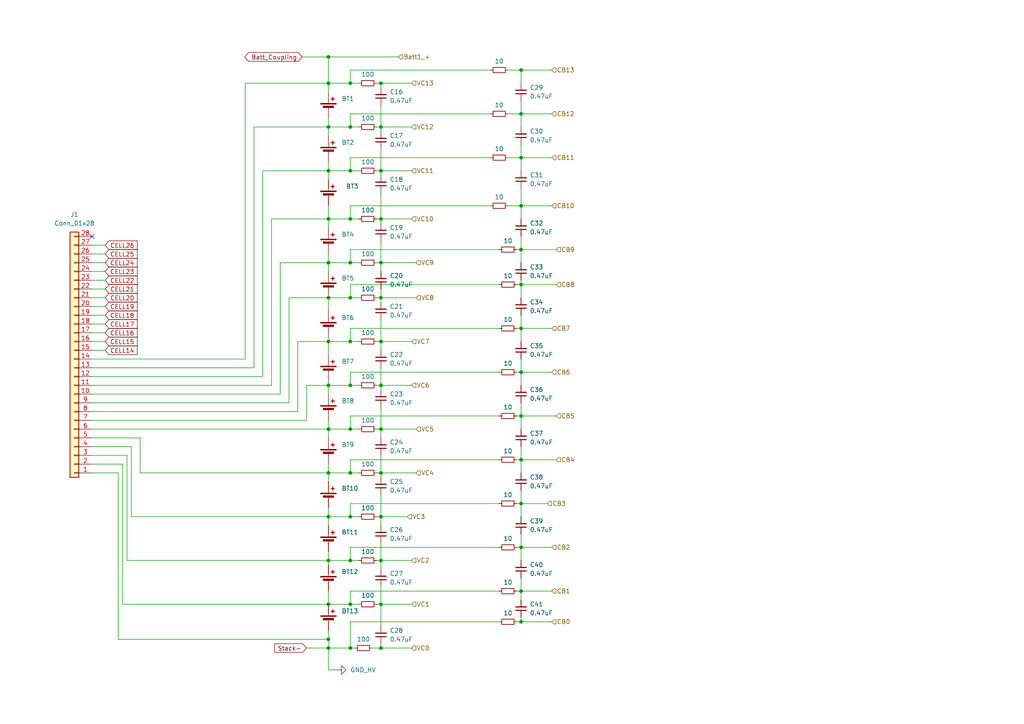
<source format=kicad_sch>
(kicad_sch (version 20250114) (generator "eeschema") (generator_version "9.0")
  (paper "A4")
  (junction (at 151.13 59.69))
  (junction (at 151.13 20.32))
  (junction (at 101.6 86.36))
  (junction (at 110.49 187.96))
  (junction (at 110.49 63.5))
  (junction (at 110.49 86.36))
  (junction (at 95.25 175.26))
  (junction (at 110.49 111.76))
  (junction (at 151.13 146.05))
  (junction (at 101.6 175.26))
  (junction (at 101.6 24.13))
  (junction (at 101.6 187.96))
  (junction (at 95.25 162.56))
  (junction (at 95.25 137.16))
  (junction (at 110.49 99.06))
  (junction (at 95.25 49.53))
  (junction (at 151.13 33.02))
  (junction (at 110.49 36.83))
  (junction (at 101.6 124.46))
  (junction (at 151.13 180.34))
  (junction (at 95.25 36.83))
  (junction (at 151.13 45.72))
  (junction (at 151.13 82.55))
  (junction (at 95.25 187.96))
  (junction (at 110.49 149.86))
  (junction (at 110.49 76.2))
  (junction (at 101.6 162.56))
  (junction (at 95.25 76.2))
  (junction (at 151.13 95.25))
  (junction (at 95.25 185.42))
  (junction (at 95.25 63.5))
  (junction (at 101.6 137.16))
  (junction (at 151.13 107.95))
  (junction (at 95.25 99.06))
  (junction (at 110.49 24.13))
  (junction (at 101.6 76.2))
  (junction (at 110.49 49.53))
  (junction (at 95.25 24.13))
  (junction (at 110.49 137.16))
  (junction (at 101.6 111.76))
  (junction (at 95.25 149.86))
  (junction (at 95.25 86.36))
  (junction (at 151.13 120.65))
  (junction (at 151.13 158.75))
  (junction (at 95.25 124.46))
  (junction (at 95.25 111.76))
  (junction (at 151.13 72.39))
  (junction (at 110.49 162.56))
  (junction (at 151.13 171.45))
  (junction (at 95.25 16.51))
  (junction (at 110.49 175.26))
  (junction (at 101.6 36.83))
  (junction (at 151.13 133.35))
  (junction (at 101.6 63.5))
  (junction (at 101.6 49.53))
  (junction (at 101.6 99.06))
  (junction (at 101.6 149.86))
  (junction (at 110.49 124.46))
  (no_connect (at 26.67 68.58))
  (wire (pts (xy 110.49 55.88) (xy 110.49 63.5)))
  (wire (pts (xy 26.67 93.98) (xy 30.48 93.98)))
  (wire (pts (xy 95.25 111.76) (xy 95.25 114.3)))
  (wire (pts (xy 151.13 154.94) (xy 151.13 158.75)))
  (wire (pts (xy 26.67 91.44) (xy 30.48 91.44)))
  (wire (pts (xy 110.49 162.56) (xy 110.49 165.1)))
  (wire (pts (xy 26.67 81.28) (xy 30.48 81.28)))
  (wire (pts (xy 87.63 16.51) (xy 95.25 16.51)))
  (wire (pts (xy 109.22 36.83) (xy 110.49 36.83)))
  (wire (pts (xy 101.6 72.39) (xy 101.6 76.2)))
  (wire (pts (xy 26.67 76.2) (xy 30.48 76.2)))
  (wire (pts (xy 101.6 187.96) (xy 102.87 187.96)))
  (wire (pts (xy 110.49 49.53) (xy 110.49 50.8)))
  (wire (pts (xy 110.49 162.56) (xy 119.38 162.56)))
  (wire (pts (xy 101.6 171.45) (xy 144.78 171.45)))
  (wire (pts (xy 151.13 107.95) (xy 151.13 111.76)))
  (wire (pts (xy 88.9 121.92) (xy 88.9 111.76)))
  (wire (pts (xy 101.6 45.72) (xy 101.6 49.53)))
  (wire (pts (xy 110.49 83.82) (xy 110.49 86.36)))
  (wire (pts (xy 101.6 76.2) (xy 95.25 76.2)))
  (wire (pts (xy 26.67 137.16) (xy 34.29 137.16)))
  (wire (pts (xy 110.49 99.06) (xy 119.38 99.06)))
  (wire (pts (xy 26.67 78.74) (xy 30.48 78.74)))
  (wire (pts (xy 40.64 137.16) (xy 40.64 127)))
  (wire (pts (xy 151.13 171.45) (xy 151.13 173.99)))
  (wire (pts (xy 40.64 127) (xy 26.67 127)))
  (wire (pts (xy 101.6 124.46) (xy 95.25 124.46)))
  (wire (pts (xy 110.49 43.18) (xy 110.49 49.53)))
  (wire (pts (xy 161.29 120.65) (xy 151.13 120.65)))
  (wire (pts (xy 26.67 104.14) (xy 71.12 104.14)))
  (wire (pts (xy 95.25 149.86) (xy 95.25 147.32)))
  (wire (pts (xy 144.78 82.55) (xy 101.6 82.55)))
  (wire (pts (xy 83.82 86.36) (xy 95.25 86.36)))
  (wire (pts (xy 110.49 187.96) (xy 119.38 187.96)))
  (wire (pts (xy 36.83 162.56) (xy 36.83 132.08)))
  (wire (pts (xy 151.13 158.75) (xy 151.13 162.56)))
  (wire (pts (xy 151.13 72.39) (xy 151.13 68.58)))
  (wire (pts (xy 109.22 24.13) (xy 110.49 24.13)))
  (wire (pts (xy 151.13 33.02) (xy 160.02 33.02)))
  (wire (pts (xy 110.49 69.85) (xy 110.49 76.2)))
  (wire (pts (xy 151.13 59.69) (xy 160.02 59.69)))
  (wire (pts (xy 110.49 106.68) (xy 110.49 111.76)))
  (wire (pts (xy 151.13 133.35) (xy 151.13 137.16)))
  (wire (pts (xy 151.13 33.02) (xy 151.13 36.83)))
  (wire (pts (xy 110.49 149.86) (xy 118.11 149.86)))
  (wire (pts (xy 110.49 49.53) (xy 119.38 49.53)))
  (wire (pts (xy 26.67 134.62) (xy 35.56 134.62)))
  (wire (pts (xy 101.6 33.02) (xy 101.6 36.83)))
  (wire (pts (xy 35.56 175.26) (xy 95.25 175.26)))
  (wire (pts (xy 101.6 171.45) (xy 101.6 175.26)))
  (wire (pts (xy 95.25 49.53) (xy 101.6 49.53)))
  (wire (pts (xy 110.49 143.51) (xy 110.49 149.86)))
  (wire (pts (xy 104.14 162.56) (xy 101.6 162.56)))
  (wire (pts (xy 95.25 182.88) (xy 95.25 185.42)))
  (wire (pts (xy 101.6 63.5) (xy 95.25 63.5)))
  (wire (pts (xy 151.13 95.25) (xy 149.86 95.25)))
  (wire (pts (xy 101.6 95.25) (xy 144.78 95.25)))
  (wire (pts (xy 151.13 45.72) (xy 151.13 49.53)))
  (wire (pts (xy 81.28 114.3) (xy 81.28 76.2)))
  (wire (pts (xy 104.14 36.83) (xy 101.6 36.83)))
  (wire (pts (xy 151.13 45.72) (xy 151.13 41.91)))
  (wire (pts (xy 104.14 137.16) (xy 101.6 137.16)))
  (wire (pts (xy 26.67 83.82) (xy 30.48 83.82)))
  (wire (pts (xy 109.22 124.46) (xy 110.49 124.46)))
  (wire (pts (xy 110.49 186.69) (xy 110.49 187.96)))
  (wire (pts (xy 101.6 45.72) (xy 142.24 45.72)))
  (wire (pts (xy 110.49 137.16) (xy 110.49 138.43)))
  (wire (pts (xy 151.13 33.02) (xy 147.32 33.02)))
  (wire (pts (xy 149.86 133.35) (xy 151.13 133.35)))
  (wire (pts (xy 26.67 101.6) (xy 30.48 101.6)))
  (wire (pts (xy 104.14 63.5) (xy 101.6 63.5)))
  (wire (pts (xy 38.1 129.54) (xy 38.1 149.86)))
  (wire (pts (xy 95.25 26.67) (xy 95.25 24.13)))
  (wire (pts (xy 26.67 124.46) (xy 95.25 124.46)))
  (wire (pts (xy 95.25 24.13) (xy 101.6 24.13)))
  (wire (pts (xy 88.9 111.76) (xy 95.25 111.76)))
  (wire (pts (xy 34.29 137.16) (xy 34.29 185.42)))
  (wire (pts (xy 26.67 116.84) (xy 83.82 116.84)))
  (wire (pts (xy 95.25 162.56) (xy 36.83 162.56)))
  (wire (pts (xy 101.6 111.76) (xy 95.25 111.76)))
  (wire (pts (xy 107.95 187.96) (xy 110.49 187.96)))
  (wire (pts (xy 151.13 171.45) (xy 151.13 167.64)))
  (wire (pts (xy 95.25 187.96) (xy 95.25 194.31)))
  (wire (pts (xy 109.22 86.36) (xy 110.49 86.36)))
  (wire (pts (xy 34.29 185.42) (xy 95.25 185.42)))
  (wire (pts (xy 110.49 63.5) (xy 110.49 64.77)))
  (wire (pts (xy 95.25 76.2) (xy 95.25 73.66)))
  (wire (pts (xy 151.13 120.65) (xy 151.13 116.84)))
  (wire (pts (xy 151.13 45.72) (xy 160.02 45.72)))
  (wire (pts (xy 101.6 133.35) (xy 144.78 133.35)))
  (wire (pts (xy 110.49 157.48) (xy 110.49 162.56)))
  (wire (pts (xy 101.6 59.69) (xy 101.6 63.5)))
  (wire (pts (xy 101.6 120.65) (xy 101.6 124.46)))
  (wire (pts (xy 38.1 149.86) (xy 95.25 149.86)))
  (wire (pts (xy 95.25 124.46) (xy 95.25 121.92)))
  (wire (pts (xy 110.49 99.06) (xy 110.49 101.6)))
  (wire (pts (xy 104.14 86.36) (xy 101.6 86.36)))
  (wire (pts (xy 101.6 120.65) (xy 144.78 120.65)))
  (wire (pts (xy 26.67 71.12) (xy 30.48 71.12)))
  (wire (pts (xy 73.66 36.83) (xy 95.25 36.83)))
  (wire (pts (xy 151.13 158.75) (xy 149.86 158.75)))
  (wire (pts (xy 101.6 33.02) (xy 142.24 33.02)))
  (wire (pts (xy 110.49 170.18) (xy 110.49 175.26)))
  (wire (pts (xy 95.25 49.53) (xy 95.25 52.07)))
  (wire (pts (xy 101.6 146.05) (xy 101.6 149.86)))
  (wire (pts (xy 95.25 137.16) (xy 40.64 137.16)))
  (wire (pts (xy 95.25 137.16) (xy 95.25 134.62)))
  (wire (pts (xy 149.86 120.65) (xy 151.13 120.65)))
  (wire (pts (xy 101.6 20.32) (xy 101.6 24.13)))
  (wire (pts (xy 110.49 86.36) (xy 120.65 86.36)))
  (wire (pts (xy 95.25 171.45) (xy 95.25 175.26)))
  (wire (pts (xy 109.22 111.76) (xy 110.49 111.76)))
  (wire (pts (xy 78.74 63.5) (xy 95.25 63.5)))
  (wire (pts (xy 95.25 99.06) (xy 95.25 102.87)))
  (wire (pts (xy 95.25 149.86) (xy 95.25 152.4)))
  (wire (pts (xy 26.67 88.9) (xy 30.48 88.9)))
  (wire (pts (xy 101.6 86.36) (xy 95.25 86.36)))
  (wire (pts (xy 26.67 119.38) (xy 86.36 119.38)))
  (wire (pts (xy 151.13 20.32) (xy 160.02 20.32)))
  (wire (pts (xy 95.25 36.83) (xy 95.25 39.37)))
  (wire (pts (xy 101.6 107.95) (xy 101.6 111.76)))
  (wire (pts (xy 110.49 149.86) (xy 110.49 152.4)))
  (wire (pts (xy 151.13 107.95) (xy 149.86 107.95)))
  (wire (pts (xy 109.22 162.56) (xy 110.49 162.56)))
  (wire (pts (xy 101.6 162.56) (xy 95.25 162.56)))
  (wire (pts (xy 151.13 59.69) (xy 151.13 63.5)))
  (wire (pts (xy 101.6 158.75) (xy 101.6 162.56)))
  (wire (pts (xy 73.66 106.68) (xy 73.66 36.83)))
  (wire (pts (xy 101.6 24.13) (xy 104.14 24.13)))
  (wire (pts (xy 71.12 24.13) (xy 95.25 24.13)))
  (wire (pts (xy 109.22 149.86) (xy 110.49 149.86)))
  (wire (pts (xy 95.25 137.16) (xy 95.25 139.7)))
  (wire (pts (xy 104.14 175.26) (xy 101.6 175.26)))
  (wire (pts (xy 120.65 76.2) (xy 110.49 76.2)))
  (wire (pts (xy 88.9 187.96) (xy 95.25 187.96)))
  (wire (pts (xy 26.67 73.66) (xy 30.48 73.66)))
  (wire (pts (xy 26.67 111.76) (xy 78.74 111.76)))
  (wire (pts (xy 110.49 63.5) (xy 119.38 63.5)))
  (wire (pts (xy 95.25 16.51) (xy 95.25 24.13)))
  (wire (pts (xy 95.25 16.51) (xy 115.57 16.51)))
  (wire (pts (xy 83.82 116.84) (xy 83.82 86.36)))
  (wire (pts (xy 95.25 36.83) (xy 101.6 36.83)))
  (wire (pts (xy 149.86 82.55) (xy 151.13 82.55)))
  (wire (pts (xy 110.49 175.26) (xy 119.38 175.26)))
  (wire (pts (xy 26.67 96.52) (xy 30.48 96.52)))
  (wire (pts (xy 110.49 36.83) (xy 119.38 36.83)))
  (wire (pts (xy 95.25 46.99) (xy 95.25 49.53)))
  (wire (pts (xy 161.29 72.39) (xy 151.13 72.39)))
  (wire (pts (xy 151.13 91.44) (xy 151.13 95.25)))
  (wire (pts (xy 151.13 120.65) (xy 151.13 124.46)))
  (wire (pts (xy 95.25 111.76) (xy 95.25 110.49)))
  (wire (pts (xy 95.25 59.69) (xy 95.25 63.5)))
  (wire (pts (xy 26.67 86.36) (xy 30.48 86.36)))
  (wire (pts (xy 110.49 24.13) (xy 110.49 25.4)))
  (wire (pts (xy 151.13 104.14) (xy 151.13 107.95)))
  (wire (pts (xy 151.13 146.05) (xy 151.13 149.86)))
  (wire (pts (xy 149.86 72.39) (xy 151.13 72.39)))
  (wire (pts (xy 151.13 146.05) (xy 149.86 146.05)))
  (wire (pts (xy 101.6 99.06) (xy 95.25 99.06)))
  (wire (pts (xy 110.49 118.11) (xy 110.49 124.46)))
  (wire (pts (xy 78.74 111.76) (xy 78.74 63.5)))
  (wire (pts (xy 101.6 133.35) (xy 101.6 137.16)))
  (wire (pts (xy 95.25 63.5) (xy 95.25 66.04)))
  (wire (pts (xy 101.6 180.34) (xy 144.78 180.34)))
  (wire (pts (xy 151.13 82.55) (xy 151.13 86.36)))
  (wire (pts (xy 120.65 124.46) (xy 110.49 124.46)))
  (wire (pts (xy 86.36 119.38) (xy 86.36 99.06)))
  (wire (pts (xy 76.2 49.53) (xy 95.25 49.53)))
  (wire (pts (xy 95.25 99.06) (xy 95.25 97.79)))
  (wire (pts (xy 104.14 99.06) (xy 101.6 99.06)))
  (wire (pts (xy 151.13 171.45) (xy 160.02 171.45)))
  (wire (pts (xy 110.49 92.71) (xy 110.49 99.06)))
  (wire (pts (xy 104.14 76.2) (xy 101.6 76.2)))
  (wire (pts (xy 110.49 86.36) (xy 110.49 87.63)))
  (wire (pts (xy 110.49 124.46) (xy 110.49 127)))
  (wire (pts (xy 151.13 81.28) (xy 151.13 82.55)))
  (wire (pts (xy 101.6 20.32) (xy 142.24 20.32)))
  (wire (pts (xy 110.49 111.76) (xy 119.38 111.76)))
  (wire (pts (xy 101.6 107.95) (xy 144.78 107.95)))
  (wire (pts (xy 151.13 54.61) (xy 151.13 59.69)))
  (wire (pts (xy 109.22 76.2) (xy 110.49 76.2)))
  (wire (pts (xy 151.13 59.69) (xy 147.32 59.69)))
  (wire (pts (xy 101.6 180.34) (xy 101.6 187.96)))
  (wire (pts (xy 109.22 137.16) (xy 110.49 137.16)))
  (wire (pts (xy 101.6 82.55) (xy 101.6 86.36)))
  (wire (pts (xy 151.13 142.24) (xy 151.13 146.05)))
  (wire (pts (xy 95.25 86.36) (xy 95.25 90.17)))
  (wire (pts (xy 151.13 20.32) (xy 147.32 20.32)))
  (wire (pts (xy 101.6 95.25) (xy 101.6 99.06)))
  (wire (pts (xy 35.56 134.62) (xy 35.56 175.26)))
  (wire (pts (xy 149.86 171.45) (xy 151.13 171.45)))
  (wire (pts (xy 109.22 63.5) (xy 110.49 63.5)))
  (wire (pts (xy 95.25 187.96) (xy 95.25 185.42)))
  (wire (pts (xy 95.25 34.29) (xy 95.25 36.83)))
  (wire (pts (xy 26.67 121.92) (xy 88.9 121.92)))
  (wire (pts (xy 151.13 95.25) (xy 151.13 99.06)))
  (wire (pts (xy 151.13 72.39) (xy 151.13 76.2)))
  (wire (pts (xy 95.25 162.56) (xy 95.25 163.83)))
  (wire (pts (xy 151.13 133.35) (xy 161.29 133.35)))
  (wire (pts (xy 95.25 187.96) (xy 101.6 187.96)))
  (wire (pts (xy 151.13 20.32) (xy 151.13 24.13)))
  (wire (pts (xy 109.22 49.53) (xy 110.49 49.53)))
  (wire (pts (xy 109.22 99.06) (xy 110.49 99.06)))
  (wire (pts (xy 101.6 49.53) (xy 104.14 49.53)))
  (wire (pts (xy 104.14 124.46) (xy 101.6 124.46)))
  (wire (pts (xy 36.83 132.08) (xy 26.67 132.08)))
  (wire (pts (xy 26.67 99.06) (xy 30.48 99.06)))
  (wire (pts (xy 95.25 194.31) (xy 97.79 194.31)))
  (wire (pts (xy 95.25 76.2) (xy 95.25 78.74)))
  (wire (pts (xy 26.67 114.3) (xy 81.28 114.3)))
  (wire (pts (xy 151.13 129.54) (xy 151.13 133.35)))
  (wire (pts (xy 81.28 76.2) (xy 95.25 76.2)))
  (wire (pts (xy 95.25 124.46) (xy 95.25 127)))
  (wire (pts (xy 110.49 30.48) (xy 110.49 36.83)))
  (wire (pts (xy 151.13 45.72) (xy 147.32 45.72)))
  (wire (pts (xy 76.2 109.22) (xy 76.2 49.53)))
  (wire (pts (xy 101.6 175.26) (xy 95.25 175.26)))
  (wire (pts (xy 104.14 111.76) (xy 101.6 111.76)))
  (wire (pts (xy 151.13 180.34) (xy 160.02 180.34)))
  (wire (pts (xy 109.22 175.26) (xy 110.49 175.26)))
  (wire (pts (xy 101.6 149.86) (xy 95.25 149.86)))
  (wire (pts (xy 151.13 82.55) (xy 161.29 82.55)))
  (wire (pts (xy 101.6 137.16) (xy 95.25 137.16)))
  (wire (pts (xy 104.14 149.86) (xy 101.6 149.86)))
  (wire (pts (xy 151.13 107.95) (xy 160.02 107.95)))
  (wire (pts (xy 26.67 106.68) (xy 73.66 106.68)))
  (wire (pts (xy 110.49 24.13) (xy 119.38 24.13)))
  (wire (pts (xy 151.13 95.25) (xy 160.02 95.25)))
  (wire (pts (xy 149.86 180.34) (xy 151.13 180.34)))
  (wire (pts (xy 110.49 111.76) (xy 110.49 113.03)))
  (wire (pts (xy 101.6 59.69) (xy 142.24 59.69)))
  (wire (pts (xy 71.12 104.14) (xy 71.12 24.13)))
  (wire (pts (xy 101.6 72.39) (xy 144.78 72.39)))
  (wire (pts (xy 151.13 180.34) (xy 151.13 179.07)))
  (wire (pts (xy 26.67 109.22) (xy 76.2 109.22)))
  (wire (pts (xy 101.6 158.75) (xy 144.78 158.75)))
  (wire (pts (xy 86.36 99.06) (xy 95.25 99.06)))
  (wire (pts (xy 95.25 162.56) (xy 95.25 160.02)))
  (wire (pts (xy 151.13 146.05) (xy 158.75 146.05)))
  (wire (pts (xy 26.67 129.54) (xy 38.1 129.54)))
  (wire (pts (xy 151.13 158.75) (xy 160.02 158.75)))
  (wire (pts (xy 110.49 132.08) (xy 110.49 137.16)))
  (wire (pts (xy 151.13 33.02) (xy 151.13 29.21)))
  (wire (pts (xy 101.6 146.05) (xy 144.78 146.05)))
  (wire (pts (xy 110.49 175.26) (xy 110.49 181.61)))
  (wire (pts (xy 110.49 36.83) (xy 110.49 38.1)))
  (wire (pts (xy 110.49 137.16) (xy 120.65 137.16)))
  (wire (pts (xy 110.49 78.74) (xy 110.49 76.2)))
  (global_label "CELL14" (shape input) (at 30.48 101.6 0) (property "Intersheetrefs" "${INTERSHEET_REFS}" (effects (hide yes))))
  (global_label "CELL23" (shape input) (at 30.48 78.74 0) (property "Intersheetrefs" "${INTERSHEET_REFS}" (effects (hide yes))))
  (global_label "CELL18" (shape input) (at 30.48 91.44 0) (property "Intersheetrefs" "${INTERSHEET_REFS}" (effects (hide yes))))
  (global_label "CELL25" (shape input) (at 30.48 73.66 0) (property "Intersheetrefs" "${INTERSHEET_REFS}" (effects (hide yes))))
  (global_label "Stack-" (shape input) (at 88.9 187.96 180) (property "Intersheetrefs" "${INTERSHEET_REFS}" (effects (hide yes))))
  (global_label "Batt_Coupling" (shape bidirectional) (at 87.63 16.51 180) (property "Intersheetrefs" "${INTERSHEET_REFS}" (effects (hide yes))))
  (global_label "CELL26" (shape input) (at 30.48 71.12 0) (property "Intersheetrefs" "${INTERSHEET_REFS}" (effects (hide yes))))
  (global_label "CELL24" (shape input) (at 30.48 76.2 0) (property "Intersheetrefs" "${INTERSHEET_REFS}" (effects (hide yes))))
  (global_label "CELL21" (shape input) (at 30.48 83.82 0) (property "Intersheetrefs" "${INTERSHEET_REFS}" (effects (hide yes))))
  (global_label "CELL15" (shape input) (at 30.48 99.06 0) (property "Intersheetrefs" "${INTERSHEET_REFS}" (effects (hide yes))))
  (global_label "CELL20" (shape input) (at 30.48 86.36 0) (property "Intersheetrefs" "${INTERSHEET_REFS}" (effects (hide yes))))
  (global_label "CELL22" (shape input) (at 30.48 81.28 0) (property "Intersheetrefs" "${INTERSHEET_REFS}" (effects (hide yes))))
  (global_label "CELL19" (shape input) (at 30.48 88.9 0) (property "Intersheetrefs" "${INTERSHEET_REFS}" (effects (hide yes))))
  (global_label "CELL16" (shape input) (at 30.48 96.52 0) (property "Intersheetrefs" "${INTERSHEET_REFS}" (effects (hide yes))))
  (global_label "CELL17" (shape input) (at 30.48 93.98 0) (property "Intersheetrefs" "${INTERSHEET_REFS}" (effects (hide yes))))
  (hierarchical_label "CB3" (shape input) (at 158.75 146.05 0))
  (hierarchical_label "VC3" (shape input) (at 118.11 149.86 0))
  (hierarchical_label "CB5" (shape input) (at 161.29 120.65 0))
  (hierarchical_label "CB4" (shape input) (at 161.29 133.35 0))
  (hierarchical_label "CB10" (shape input) (at 160.02 59.69 0))
  (hierarchical_label "VC9" (shape input) (at 120.65 76.2 0))
  (hierarchical_label "CB12" (shape input) (at 160.02 33.02 0))
  (hierarchical_label "VC8" (shape input) (at 120.65 86.36 0))
  (hierarchical_label "VC2" (shape input) (at 119.38 162.56 0))
  (hierarchical_label "CB1" (shape input) (at 160.02 171.45 0))
  (hierarchical_label "VC5" (shape input) (at 120.65 124.46 0))
  (hierarchical_label "VC10" (shape input) (at 119.38 63.5 0))
  (hierarchical_label "CB8" (shape input) (at 161.29 82.55 0))
  (hierarchical_label "VC11" (shape input) (at 119.38 49.53 0))
  (hierarchical_label "CB0" (shape input) (at 160.02 180.34 0))
  (hierarchical_label "Batt1_+" (shape input) (at 115.57 16.51 0))
  (hierarchical_label "CB11" (shape input) (at 160.02 45.72 0))
  (hierarchical_label "VC7" (shape input) (at 119.38 99.06 0))
  (hierarchical_label "VC4" (shape input) (at 120.65 137.16 0))
  (hierarchical_label "VC0" (shape input) (at 119.38 187.96 0))
  (hierarchical_label "CB2" (shape input) (at 160.02 158.75 0))
  (hierarchical_label "VC12" (shape input) (at 119.38 36.83 0))
  (hierarchical_label "CB9" (shape input) (at 161.29 72.39 0))
  (hierarchical_label "CB7" (shape input) (at 160.02 95.25 0))
  (hierarchical_label "CB13" (shape input) (at 160.02 20.32 0))
  (hierarchical_label "VC6" (shape input) (at 119.38 111.76 0))
  (hierarchical_label "CB6" (shape input) (at 160.02 107.95 0))
  (hierarchical_label "VC1" (shape input) (at 119.38 175.26 0))
  (hierarchical_label "VC13" (shape input) (at 119.38 24.13 0))
  (symbol (lib_id "Device:Battery_Cell") (at 95.25 119.38 0) (unit 1) (in_bom no) (on_board no)
    (property "Reference" "BT8" (at 99.06 116.2684 0) (effects (justify left)))
    (property "Value" "Battery_Cell" (effects (hide yes)))
    (property "Description" "Single-cell battery" (effects (hide yes)))
  )
  (symbol (lib_id "Device:R_Small") (at 144.78 20.32 90) (unit 1)
    (property "Reference" "R33" (effects (hide yes)))
    (property "Value" "10" (at 144.78 17.78 90))
    (property "Footprint" "footrpint:RESC6331X80N" (effects (hide yes)))
    (property "Datasheet" "https://www.mouser.pl/ProductDetail/Bourns/CRM2512QFW-10R0ELF?qs=sGAEpiMZZMvdGkrng054t2cqbZCzJY7NpHS3xgyJn8kv84%2FVq0xHeQ%3D%3D" (effects (hide yes)))
    (property "Description" "Resistor, small symbol" (effects (hide yes)))
  )
  (symbol (lib_id "Device:R_Small") (at 105.41 187.96 90) (unit 1)
    (property "Reference" "R19" (effects (hide yes)))
    (property "Value" "100" (at 105.41 185.42 90))
    (property "Footprint" "Resistor_SMD:R_0603_1608Metric_Pad0.98x0.95mm_HandSolder" (effects (hide yes)))
    (property "Datasheet" "https://www.mouser.pl/ProductDetail/Bourns/CHP0603-JW-101ELF?qs=sGAEpiMZZMvdGkrng054t7z4BkURc4Lz%252BNTgd8VElomqW50fcYQWeQ%3D%3D" (effects (hide yes)))
    (property "Description" "Resistor, small symbol" (effects (hide yes)))
  )
  (symbol (lib_id "Device:R_Small") (at 106.68 111.76 90) (unit 1)
    (property "Reference" "R27" (effects (hide yes)))
    (property "Value" "100" (at 106.68 109.22 90))
    (property "Footprint" "Resistor_SMD:R_0603_1608Metric_Pad0.98x0.95mm_HandSolder" (effects (hide yes)))
    (property "Datasheet" "https://www.mouser.pl/ProductDetail/Bourns/CHP0603-JW-101ELF?qs=sGAEpiMZZMvdGkrng054t7z4BkURc4Lz%252BNTgd8VElomqW50fcYQWeQ%3D%3D" (effects (hide yes)))
    (property "Description" "Resistor, small symbol" (effects (hide yes)))
  )
  (symbol (lib_id "Device:C_Small") (at 110.49 140.97 180) (unit 1)
    (property "Reference" "C25" (at 113.03 139.6935 0) (effects (justify right)))
    (property "Value" "0.47uF" (at 113.03 142.2335 0) (effects (justify right)))
    (property "Footprint" "Capacitor_SMD:C_0603_1608Metric_Pad1.08x0.95mm_HandSolder" (effects (hide yes)))
    (property "Datasheet" "https://www.mouser.pl/ProductDetail/TAIYO-YUDEN/EMF107B7474KAHT?qs=sGAEpiMZZMsh%252B1woXyUXj30ZYomYlxpXbZmTEzBsZ7s%3D" (effects (hide yes)))
    (property "Description" "Unpolarized capacitor, small symbol" (effects (hide yes)))
  )
  (symbol (lib_id "Device:Battery_Cell") (at 95.25 107.95 0) (unit 1) (in_bom no) (on_board no)
    (property "Reference" "BT7" (at 99.06 104.8384 0) (effects (justify left)))
    (property "Value" "Battery_Cell" (effects (hide yes)))
    (property "Description" "Single-cell battery" (effects (hide yes)))
  )
  (symbol (lib_id "Device:C_Small") (at 110.49 81.28 180) (unit 1)
    (property "Reference" "C20" (at 113.03 80.0035 0) (effects (justify right)))
    (property "Value" "0.47uF" (at 113.03 82.5435 0) (effects (justify right)))
    (property "Footprint" "Capacitor_SMD:C_0603_1608Metric_Pad1.08x0.95mm_HandSolder" (effects (hide yes)))
    (property "Datasheet" "https://www.mouser.pl/ProductDetail/TAIYO-YUDEN/EMF107B7474KAHT?qs=sGAEpiMZZMsh%252B1woXyUXj30ZYomYlxpXbZmTEzBsZ7s%3D" (effects (hide yes)))
    (property "Description" "Unpolarized capacitor, small symbol" (effects (hide yes)))
  )
  (symbol (lib_id "Device:C_Small") (at 151.13 78.74 180) (unit 1)
    (property "Reference" "C33" (at 153.67 77.4635 0) (effects (justify right)))
    (property "Value" "0.47uF" (at 153.67 80.0035 0) (effects (justify right)))
    (property "Footprint" "Capacitor_SMD:C_0603_1608Metric_Pad1.08x0.95mm_HandSolder" (effects (hide yes)))
    (property "Datasheet" "https://www.mouser.pl/ProductDetail/TAIYO-YUDEN/EMF107B7474KAHT?qs=sGAEpiMZZMsh%252B1woXyUXj30ZYomYlxpXbZmTEzBsZ7s%3D" (effects (hide yes)))
    (property "Description" "Unpolarized capacitor, small symbol" (effects (hide yes)))
  )
  (symbol (lib_id "Device:R_Small") (at 144.78 33.02 90) (unit 1)
    (property "Reference" "R34" (effects (hide yes)))
    (property "Value" "10" (at 144.78 30.48 90))
    (property "Footprint" "footrpint:RESC6331X80N" (effects (hide yes)))
    (property "Datasheet" "https://www.mouser.pl/ProductDetail/Bourns/CRM2512QFW-10R0ELF?qs=sGAEpiMZZMvdGkrng054t2cqbZCzJY7NpHS3xgyJn8kv84%2FVq0xHeQ%3D%3D" (effects (hide yes)))
    (property "Description" "Resistor, small symbol" (effects (hide yes)))
  )
  (symbol (lib_id "Device:R_Small") (at 147.32 171.45 90) (unit 1)
    (property "Reference" "R45" (effects (hide yes)))
    (property "Value" "10" (at 147.32 168.91 90))
    (property "Footprint" "footrpint:RESC6331X80N" (effects (hide yes)))
    (property "Description" "Resistor, small symbol" (effects (hide yes)))
  )
  (symbol (lib_id "Device:R_Small") (at 106.68 175.26 90) (unit 1)
    (property "Reference" "R32" (effects (hide yes)))
    (property "Value" "100" (at 106.68 172.72 90))
    (property "Footprint" "Resistor_SMD:R_0603_1608Metric_Pad0.98x0.95mm_HandSolder" (effects (hide yes)))
    (property "Datasheet" "https://www.mouser.pl/ProductDetail/Bourns/CHP0603-JW-101ELF?qs=sGAEpiMZZMvdGkrng054t7z4BkURc4Lz%252BNTgd8VElomqW50fcYQWeQ%3D%3D" (effects (hide yes)))
    (property "Description" "Resistor, small symbol" (effects (hide yes)))
  )
  (symbol (lib_id "Device:C_Small") (at 151.13 39.37 180) (unit 1)
    (property "Reference" "C30" (at 153.67 38.0935 0) (effects (justify right)))
    (property "Value" "0.47uF" (at 153.67 40.6335 0) (effects (justify right)))
    (property "Footprint" "Capacitor_SMD:C_0603_1608Metric_Pad1.08x0.95mm_HandSolder" (effects (hide yes)))
    (property "Datasheet" "https://www.mouser.pl/ProductDetail/TAIYO-YUDEN/EMF107B7474KAHT?qs=sGAEpiMZZMsh%252B1woXyUXj30ZYomYlxpXbZmTEzBsZ7s%3D" (effects (hide yes)))
    (property "Description" "Unpolarized capacitor, small symbol" (effects (hide yes)))
  )
  (symbol (lib_id "Device:R_Small") (at 147.32 120.65 90) (unit 1)
    (property "Reference" "R41" (effects (hide yes)))
    (property "Value" "10" (at 147.32 118.11 90))
    (property "Footprint" "footrpint:RESC6331X80N" (effects (hide yes)))
    (property "Datasheet" "https://www.mouser.pl/ProductDetail/Bourns/CRM2512QFW-10R0ELF?qs=sGAEpiMZZMvdGkrng054t2cqbZCzJY7NpHS3xgyJn8kv84%2FVq0xHeQ%3D%3D" (effects (hide yes)))
    (property "Description" "Resistor, small symbol" (effects (hide yes)))
  )
  (symbol (lib_id "Device:C_Small") (at 110.49 104.14 180) (unit 1)
    (property "Reference" "C22" (at 113.03 102.8635 0) (effects (justify right)))
    (property "Value" "0.47uF" (at 113.03 105.4035 0) (effects (justify right)))
    (property "Footprint" "Capacitor_SMD:C_0603_1608Metric_Pad1.08x0.95mm_HandSolder" (effects (hide yes)))
    (property "Datasheet" "https://www.mouser.pl/ProductDetail/TAIYO-YUDEN/EMF107B7474KAHT?qs=sGAEpiMZZMsh%252B1woXyUXj30ZYomYlxpXbZmTEzBsZ7s%3D" (effects (hide yes)))
    (property "Description" "Unpolarized capacitor, small symbol" (effects (hide yes)))
  )
  (symbol (lib_id "Device:R_Small") (at 106.68 162.56 90) (unit 1)
    (property "Reference" "R31" (effects (hide yes)))
    (property "Value" "100" (at 106.68 160.02 90))
    (property "Footprint" "Resistor_SMD:R_0603_1608Metric_Pad0.98x0.95mm_HandSolder" (effects (hide yes)))
    (property "Datasheet" "https://www.mouser.pl/ProductDetail/Bourns/CHP0603-JW-101ELF?qs=sGAEpiMZZMvdGkrng054t7z4BkURc4Lz%252BNTgd8VElomqW50fcYQWeQ%3D%3D" (effects (hide yes)))
    (property "Description" "Resistor, small symbol" (effects (hide yes)))
  )
  (symbol (lib_id "Device:C_Small") (at 151.13 26.67 180) (unit 1)
    (property "Reference" "C29" (at 153.67 25.3935 0) (effects (justify right)))
    (property "Value" "0.47uF" (at 153.67 27.9335 0) (effects (justify right)))
    (property "Footprint" "Capacitor_SMD:C_0603_1608Metric_Pad1.08x0.95mm_HandSolder" (effects (hide yes)))
    (property "Datasheet" "https://www.mouser.pl/ProductDetail/TAIYO-YUDEN/EMF107B7474KAHT?qs=sGAEpiMZZMsh%252B1woXyUXj30ZYomYlxpXbZmTEzBsZ7s%3D" (effects (hide yes)))
    (property "Description" "Unpolarized capacitor, small symbol" (effects (hide yes)))
  )
  (symbol (lib_id "Device:R_Small") (at 147.32 146.05 90) (unit 1)
    (property "Reference" "R43" (effects (hide yes)))
    (property "Value" "10" (at 147.32 143.51 90))
    (property "Footprint" "footrpint:RESC6331X80N" (effects (hide yes)))
    (property "Datasheet" "https://www.mouser.pl/ProductDetail/Bourns/CRM2512QFW-10R0ELF?qs=sGAEpiMZZMvdGkrng054t2cqbZCzJY7NpHS3xgyJn8kv84%2FVq0xHeQ%3D%3D" (effects (hide yes)))
    (property "Description" "Resistor, small symbol" (effects (hide yes)))
  )
  (symbol (lib_id "Device:Battery_Cell") (at 95.25 132.08 0) (unit 1) (in_bom no) (on_board no)
    (property "Reference" "BT9" (at 99.06 128.9684 0) (effects (justify left)))
    (property "Value" "Battery_Cell" (effects (hide yes)))
    (property "Description" "Single-cell battery" (effects (hide yes)))
  )
  (symbol (lib_id "Device:R_Small") (at 147.32 72.39 90) (unit 1)
    (property "Reference" "R37" (effects (hide yes)))
    (property "Value" "10" (at 147.32 69.85 90))
    (property "Footprint" "footrpint:RESC6331X80N" (effects (hide yes)))
    (property "Datasheet" "https://www.mouser.pl/ProductDetail/Bourns/CRM2512QFW-10R0ELF?qs=sGAEpiMZZMvdGkrng054t2cqbZCzJY7NpHS3xgyJn8kv84%2FVq0xHeQ%3D%3D" (effects (hide yes)))
    (property "Description" "Resistor, small symbol" (effects (hide yes)))
  )
  (symbol (lib_id "Device:Battery_Cell") (at 95.25 180.34 0) (unit 1) (in_bom no) (on_board no)
    (property "Reference" "BT13" (at 99.06 177.2284 0) (effects (justify left)))
    (property "Value" "Battery_Cell" (effects (hide yes)))
    (property "Description" "Single-cell battery" (effects (hide yes)))
  )
  (symbol (lib_id "Device:R_Small") (at 147.32 158.75 90) (unit 1)
    (property "Reference" "R44" (effects (hide yes)))
    (property "Value" "10" (at 147.32 156.21 90))
    (property "Footprint" "footrpint:RESC6331X80N" (effects (hide yes)))
    (property "Datasheet" "https://www.mouser.pl/ProductDetail/Bourns/CRM2512QFW-10R0ELF?qs=sGAEpiMZZMvdGkrng054t2cqbZCzJY7NpHS3xgyJn8kv84%2FVq0xHeQ%3D%3D" (effects (hide yes)))
    (property "Description" "Resistor, small symbol" (effects (hide yes)))
  )
  (symbol (lib_id "Device:C_Small") (at 151.13 88.9 180) (unit 1)
    (property "Reference" "C34" (at 153.67 87.6235 0) (effects (justify right)))
    (property "Value" "0.47uF" (at 153.67 90.1635 0) (effects (justify right)))
    (property "Footprint" "Capacitor_SMD:C_0603_1608Metric_Pad1.08x0.95mm_HandSolder" (effects (hide yes)))
    (property "Datasheet" "https://www.mouser.pl/ProductDetail/TAIYO-YUDEN/EMF107B7474KAHT?qs=sGAEpiMZZMsh%252B1woXyUXj30ZYomYlxpXbZmTEzBsZ7s%3D" (effects (hide yes)))
    (property "Description" "Unpolarized capacitor, small symbol" (effects (hide yes)))
  )
  (symbol (lib_id "Device:R_Small") (at 106.68 86.36 90) (unit 1)
    (property "Reference" "R25" (effects (hide yes)))
    (property "Value" "100" (at 106.68 83.82 90))
    (property "Footprint" "Resistor_SMD:R_0603_1608Metric_Pad0.98x0.95mm_HandSolder" (effects (hide yes)))
    (property "Datasheet" "https://www.mouser.pl/ProductDetail/Bourns/CHP0603-JW-101ELF?qs=sGAEpiMZZMvdGkrng054t7z4BkURc4Lz%252BNTgd8VElomqW50fcYQWeQ%3D%3D" (effects (hide yes)))
    (property "Description" "Resistor, small symbol" (effects (hide yes)))
  )
  (symbol (lib_id "Device:Battery_Cell") (at 95.25 31.75 0) (unit 1) (in_bom no) (on_board no)
    (property "Reference" "BT1" (at 99.06 28.6384 0) (effects (justify left)))
    (property "Value" "Battery_Cell" (effects (hide yes)))
    (property "Description" "Single-cell battery" (effects (hide yes)))
  )
  (symbol (lib_id "Device:C_Small") (at 110.49 154.94 180) (unit 1)
    (property "Reference" "C26" (at 113.03 153.6635 0) (effects (justify right)))
    (property "Value" "0.47uF" (at 113.03 156.2035 0) (effects (justify right)))
    (property "Footprint" "Capacitor_SMD:C_0603_1608Metric_Pad1.08x0.95mm_HandSolder" (effects (hide yes)))
    (property "Datasheet" "https://www.mouser.pl/ProductDetail/TAIYO-YUDEN/EMF107B7474KAHT?qs=sGAEpiMZZMsh%252B1woXyUXj30ZYomYlxpXbZmTEzBsZ7s%3D" (effects (hide yes)))
    (property "Description" "Unpolarized capacitor, small symbol" (effects (hide yes)))
  )
  (symbol (lib_id "Device:Battery_Cell") (at 95.25 144.78 0) (unit 1) (in_bom no) (on_board no)
    (property "Reference" "BT10" (at 99.06 141.6684 0) (effects (justify left)))
    (property "Value" "Battery_Cell" (effects (hide yes)))
    (property "Description" "Single-cell battery" (effects (hide yes)))
  )
  (symbol (lib_id "Device:R_Small") (at 147.32 95.25 90) (unit 1)
    (property "Reference" "R39" (effects (hide yes)))
    (property "Value" "10" (at 147.32 92.71 90))
    (property "Footprint" "footrpint:RESC6331X80N" (effects (hide yes)))
    (property "Datasheet" "https://www.mouser.pl/ProductDetail/Bourns/CRM2512QFW-10R0ELF?qs=sGAEpiMZZMvdGkrng054t2cqbZCzJY7NpHS3xgyJn8kv84%2FVq0xHeQ%3D%3D" (effects (hide yes)))
    (property "Description" "Resistor, small symbol" (effects (hide yes)))
  )
  (symbol (lib_id "Device:C_Small") (at 151.13 176.53 180) (unit 1)
    (property "Reference" "C41" (at 153.67 175.2535 0) (effects (justify right)))
    (property "Value" "0.47uF" (at 153.67 177.7935 0) (effects (justify right)))
    (property "Footprint" "Capacitor_SMD:C_0603_1608Metric_Pad1.08x0.95mm_HandSolder" (effects (hide yes)))
    (property "Datasheet" "https://www.mouser.pl/ProductDetail/TAIYO-YUDEN/EMF107B7474KAHT?qs=sGAEpiMZZMsh%252B1woXyUXj30ZYomYlxpXbZmTEzBsZ7s%3D" (effects (hide yes)))
    (property "Description" "Unpolarized capacitor, small symbol" (effects (hide yes)))
  )
  (symbol (lib_id "Device:R_Small") (at 147.32 82.55 90) (unit 1)
    (property "Reference" "R38" (effects (hide yes)))
    (property "Value" "10" (at 147.32 80.01 90))
    (property "Footprint" "footrpint:RESC6331X80N" (effects (hide yes)))
    (property "Datasheet" "https://www.mouser.pl/ProductDetail/Bourns/CRM2512QFW-10R0ELF?qs=sGAEpiMZZMvdGkrng054t2cqbZCzJY7NpHS3xgyJn8kv84%2FVq0xHeQ%3D%3D" (effects (hide yes)))
    (property "Description" "Resistor, small symbol" (effects (hide yes)))
  )
  (symbol (lib_id "Device:C_Small") (at 151.13 66.04 180) (unit 1)
    (property "Reference" "C32" (at 153.67 64.7635 0) (effects (justify right)))
    (property "Value" "0.47uF" (at 153.67 67.3035 0) (effects (justify right)))
    (property "Footprint" "Capacitor_SMD:C_0603_1608Metric_Pad1.08x0.95mm_HandSolder" (effects (hide yes)))
    (property "Datasheet" "https://www.mouser.pl/ProductDetail/TAIYO-YUDEN/EMF107B7474KAHT?qs=sGAEpiMZZMsh%252B1woXyUXj30ZYomYlxpXbZmTEzBsZ7s%3D" (effects (hide yes)))
    (property "Description" "Unpolarized capacitor, small symbol" (effects (hide yes)))
  )
  (symbol (lib_id "Device:Battery_Cell") (at 95.25 57.15 0) (unit 1) (in_bom no) (on_board no)
    (property "Reference" "BT3" (at 100.33 54.0384 0) (effects (justify left)))
    (property "Value" "Battery_Cell" (effects (hide yes)))
    (property "Description" "Single-cell battery" (effects (hide yes)))
  )
  (symbol (lib_id "power:GND") (at 97.79 194.31 90) (unit 1)
    (property "Reference" "#PWR027" (effects (hide yes)))
    (property "Value" "GND_HV" (at 101.6 194.31 90) (effects (justify right)))
    (property "Description" "Power symbol creates a global label with name \"GND\" , ground" (effects (hide yes)))
  )
  (symbol (lib_id "Device:R_Small") (at 144.78 59.69 90) (unit 1)
    (property "Reference" "R36" (effects (hide yes)))
    (property "Value" "10" (at 144.78 57.15 90))
    (property "Footprint" "footrpint:RESC6331X80N" (effects (hide yes)))
    (property "Datasheet" "https://www.mouser.pl/ProductDetail/Bourns/CRM2512QFW-10R0ELF?qs=sGAEpiMZZMvdGkrng054t2cqbZCzJY7NpHS3xgyJn8kv84%2FVq0xHeQ%3D%3D" (effects (hide yes)))
    (property "Description" "Resistor, small symbol" (effects (hide yes)))
  )
  (symbol (lib_id "Device:Battery_Cell") (at 95.25 95.25 0) (unit 1) (in_bom no) (on_board no)
    (property "Reference" "BT6" (at 99.06 92.1384 0) (effects (justify left)))
    (property "Value" "Battery_Cell" (effects (hide yes)))
    (property "Description" "Single-cell battery" (effects (hide yes)))
  )
  (symbol (lib_id "Device:C_Small") (at 110.49 40.64 180) (unit 1)
    (property "Reference" "C17" (at 113.03 39.3635 0) (effects (justify right)))
    (property "Value" "0.47uF" (at 113.03 41.9035 0) (effects (justify right)))
    (property "Footprint" "Capacitor_SMD:C_0603_1608Metric_Pad1.08x0.95mm_HandSolder" (effects (hide yes)))
    (property "Datasheet" "https://www.mouser.pl/ProductDetail/TAIYO-YUDEN/EMF107B7474KAHT?qs=sGAEpiMZZMsh%252B1woXyUXj30ZYomYlxpXbZmTEzBsZ7s%3D" (effects (hide yes)))
    (property "Description" "Unpolarized capacitor, small symbol" (effects (hide yes)))
  )
  (symbol (lib_id "Device:R_Small") (at 147.32 180.34 90) (unit 1)
    (property "Reference" "R46" (effects (hide yes)))
    (property "Value" "10" (at 147.32 177.8 90))
    (property "Footprint" "footrpint:RESC6331X80N" (effects (hide yes)))
    (property "Datasheet" "https://www.mouser.pl/ProductDetail/Bourns/CRM2512QFW-10R0ELF?qs=sGAEpiMZZMvdGkrng054t2cqbZCzJY7NpHS3xgyJn8kv84%2FVq0xHeQ%3D%3D" (effects (hide yes)))
    (property "Description" "Resistor, small symbol" (effects (hide yes)))
  )
  (symbol (lib_id "Device:R_Small") (at 106.68 99.06 90) (unit 1)
    (property "Reference" "R26" (effects (hide yes)))
    (property "Value" "100" (at 106.68 96.52 90))
    (property "Footprint" "Resistor_SMD:R_0603_1608Metric_Pad0.98x0.95mm_HandSolder" (effects (hide yes)))
    (property "Datasheet" "https://www.mouser.pl/ProductDetail/Bourns/CHP0603-JW-101ELF?qs=sGAEpiMZZMvdGkrng054t7z4BkURc4Lz%252BNTgd8VElomqW50fcYQWeQ%3D%3D" (effects (hide yes)))
    (property "Description" "Resistor, small symbol" (effects (hide yes)))
  )
  (symbol (lib_id "Device:C_Small") (at 110.49 129.54 180) (unit 1)
    (property "Reference" "C24" (at 113.03 128.2635 0) (effects (justify right)))
    (property "Value" "0.47uF" (at 113.03 130.8035 0) (effects (justify right)))
    (property "Footprint" "Capacitor_SMD:C_0603_1608Metric_Pad1.08x0.95mm_HandSolder" (effects (hide yes)))
    (property "Datasheet" "https://www.mouser.pl/ProductDetail/TAIYO-YUDEN/EMF107B7474KAHT?qs=sGAEpiMZZMsh%252B1woXyUXj30ZYomYlxpXbZmTEzBsZ7s%3D" (effects (hide yes)))
    (property "Description" "Unpolarized capacitor, small symbol" (effects (hide yes)))
  )
  (symbol (lib_id "Device:Battery_Cell") (at 95.25 83.82 0) (unit 1) (in_bom no) (on_board no)
    (property "Reference" "BT5" (at 99.06 80.7084 0) (effects (justify left)))
    (property "Value" "Battery_Cell" (effects (hide yes)))
    (property "Description" "Single-cell battery" (effects (hide yes)))
  )
  (symbol (lib_id "Device:R_Small") (at 106.68 36.83 90) (unit 1)
    (property "Reference" "R21" (effects (hide yes)))
    (property "Value" "100" (at 106.68 34.29 90))
    (property "Footprint" "Resistor_SMD:R_0603_1608Metric_Pad0.98x0.95mm_HandSolder" (effects (hide yes)))
    (property "Datasheet" "https://www.mouser.pl/ProductDetail/Bourns/CHP0603-JW-101ELF?qs=sGAEpiMZZMvdGkrng054t7z4BkURc4Lz%252BNTgd8VElomqW50fcYQWeQ%3D%3D" (effects (hide yes)))
    (property "Description" "Resistor, small symbol" (effects (hide yes)))
  )
  (symbol (lib_id "Device:R_Small") (at 106.68 149.86 90) (unit 1)
    (property "Reference" "R30" (effects (hide yes)))
    (property "Value" "100" (at 106.68 147.32 90))
    (property "Footprint" "Resistor_SMD:R_0603_1608Metric_Pad0.98x0.95mm_HandSolder" (effects (hide yes)))
    (property "Datasheet" "https://www.mouser.pl/ProductDetail/Bourns/CHP0603-JW-101ELF?qs=sGAEpiMZZMvdGkrng054t7z4BkURc4Lz%252BNTgd8VElomqW50fcYQWeQ%3D%3D" (effects (hide yes)))
    (property "Description" "Resistor, small symbol" (effects (hide yes)))
  )
  (symbol (lib_id "Connector_Generic:Conn_01x28") (at 21.59 104.14 180) (unit 1)
    (property "Reference" "J1" (at 21.59 62.23 0))
    (property "Value" "Conn_01x28" (at 21.59 64.77 0))
    (property "Footprint" "footrpint:HARWIN_M80-5002842" (effects (hide yes)))
    (property "Description" "Generic connector, single row, 01x28, script generated (kicad-library-utils/schlib/autogen/connector/)" (effects (hide yes)))
  )
  (symbol (lib_id "Device:C_Small") (at 110.49 115.57 180) (unit 1)
    (property "Reference" "C23" (at 113.03 114.2935 0) (effects (justify right)))
    (property "Value" "0.47uF" (at 113.03 116.8335 0) (effects (justify right)))
    (property "Footprint" "Capacitor_SMD:C_0603_1608Metric_Pad1.08x0.95mm_HandSolder" (effects (hide yes)))
    (property "Datasheet" "https://www.mouser.pl/ProductDetail/TAIYO-YUDEN/EMF107B7474KAHT?qs=sGAEpiMZZMsh%252B1woXyUXj30ZYomYlxpXbZmTEzBsZ7s%3D" (effects (hide yes)))
    (property "Description" "Unpolarized capacitor, small symbol" (effects (hide yes)))
  )
  (symbol (lib_id "Device:R_Small") (at 144.78 45.72 90) (unit 1)
    (property "Reference" "R35" (effects (hide yes)))
    (property "Value" "10" (at 144.78 43.18 90))
    (property "Footprint" "footrpint:RESC6331X80N" (effects (hide yes)))
    (property "Datasheet" "https://www.mouser.pl/ProductDetail/Bourns/CRM2512QFW-10R0ELF?qs=sGAEpiMZZMvdGkrng054t2cqbZCzJY7NpHS3xgyJn8kv84%2FVq0xHeQ%3D%3D" (effects (hide yes)))
    (property "Description" "Resistor, small symbol" (effects (hide yes)))
  )
  (symbol (lib_id "Device:C_Small") (at 110.49 67.31 180) (unit 1)
    (property "Reference" "C19" (at 113.03 66.0335 0) (effects (justify right)))
    (property "Value" "0.47uF" (at 113.03 68.5735 0) (effects (justify right)))
    (property "Footprint" "Capacitor_SMD:C_0603_1608Metric_Pad1.08x0.95mm_HandSolder" (effects (hide yes)))
    (property "Datasheet" "https://www.mouser.pl/ProductDetail/TAIYO-YUDEN/EMF107B7474KAHT?qs=sGAEpiMZZMsh%252B1woXyUXj30ZYomYlxpXbZmTEzBsZ7s%3D" (effects (hide yes)))
    (property "Description" "Unpolarized capacitor, small symbol" (effects (hide yes)))
  )
  (symbol (lib_id "Device:R_Small") (at 106.68 124.46 90) (unit 1)
    (property "Reference" "R28" (effects (hide yes)))
    (property "Value" "100" (at 106.68 121.92 90))
    (property "Footprint" "Resistor_SMD:R_0603_1608Metric_Pad0.98x0.95mm_HandSolder" (effects (hide yes)))
    (property "Datasheet" "https://www.mouser.pl/ProductDetail/Bourns/CHP0603-JW-101ELF?qs=sGAEpiMZZMvdGkrng054t7z4BkURc4Lz%252BNTgd8VElomqW50fcYQWeQ%3D%3D" (effects (hide yes)))
    (property "Description" "Resistor, small symbol" (effects (hide yes)))
  )
  (symbol (lib_id "Device:Battery_Cell") (at 95.25 71.12 0) (unit 1) (in_bom no) (on_board no)
    (property "Reference" "BT4" (at 99.06 68.0084 0) (effects (justify left)))
    (property "Value" "Battery_Cell" (effects (hide yes)))
    (property "Description" "Single-cell battery" (effects (hide yes)))
  )
  (symbol (lib_id "Device:C_Small") (at 110.49 90.17 180) (unit 1)
    (property "Reference" "C21" (at 113.03 88.8935 0) (effects (justify right)))
    (property "Value" "0.47uF" (at 113.03 91.4335 0) (effects (justify right)))
    (property "Footprint" "Capacitor_SMD:C_0603_1608Metric_Pad1.08x0.95mm_HandSolder" (effects (hide yes)))
    (property "Datasheet" "https://www.mouser.pl/ProductDetail/TAIYO-YUDEN/EMF107B7474KAHT?qs=sGAEpiMZZMsh%252B1woXyUXj30ZYomYlxpXbZmTEzBsZ7s%3D" (effects (hide yes)))
    (property "Description" "Unpolarized capacitor, small symbol" (effects (hide yes)))
  )
  (symbol (lib_id "Device:Battery_Cell") (at 95.25 168.91 0) (unit 1) (in_bom no) (on_board no)
    (property "Reference" "BT12" (at 99.06 165.7984 0) (effects (justify left)))
    (property "Value" "Battery_Cell" (effects (hide yes)))
    (property "Description" "Single-cell battery" (effects (hide yes)))
  )
  (symbol (lib_id "Device:C_Small") (at 151.13 152.4 180) (unit 1)
    (property "Reference" "C39" (at 153.67 151.1235 0) (effects (justify right)))
    (property "Value" "0.47uF" (at 153.67 153.6635 0) (effects (justify right)))
    (property "Footprint" "Capacitor_SMD:C_0603_1608Metric_Pad1.08x0.95mm_HandSolder" (effects (hide yes)))
    (property "Datasheet" "https://www.mouser.pl/ProductDetail/TAIYO-YUDEN/EMF107B7474KAHT?qs=sGAEpiMZZMsh%252B1woXyUXj30ZYomYlxpXbZmTEzBsZ7s%3D" (effects (hide yes)))
    (property "Description" "Unpolarized capacitor, small symbol" (effects (hide yes)))
  )
  (symbol (lib_id "Device:C_Small") (at 110.49 184.15 180) (unit 1)
    (property "Reference" "C28" (at 113.03 182.8735 0) (effects (justify right)))
    (property "Value" "0.47uF" (at 113.03 185.4135 0) (effects (justify right)))
    (property "Footprint" "Capacitor_SMD:C_0603_1608Metric_Pad1.08x0.95mm_HandSolder" (effects (hide yes)))
    (property "Datasheet" "https://www.mouser.pl/ProductDetail/TAIYO-YUDEN/EMF107B7474KAHT?qs=sGAEpiMZZMsh%252B1woXyUXj30ZYomYlxpXbZmTEzBsZ7s%3D" (effects (hide yes)))
    (property "Description" "Unpolarized capacitor, small symbol" (effects (hide yes)))
  )
  (symbol (lib_id "Device:R_Small") (at 147.32 107.95 90) (unit 1)
    (property "Reference" "R40" (effects (hide yes)))
    (property "Value" "10" (at 147.32 105.41 90))
    (property "Footprint" "footrpint:RESC6331X80N" (effects (hide yes)))
    (property "Datasheet" "https://www.mouser.pl/ProductDetail/Bourns/CRM2512QFW-10R0ELF?qs=sGAEpiMZZMvdGkrng054t2cqbZCzJY7NpHS3xgyJn8kv84%2FVq0xHeQ%3D%3D" (effects (hide yes)))
    (property "Description" "Resistor, small symbol" (effects (hide yes)))
  )
  (symbol (lib_id "Device:C_Small") (at 151.13 127 180) (unit 1)
    (property "Reference" "C37" (at 153.67 125.7235 0) (effects (justify right)))
    (property "Value" "0.47uF" (at 153.67 128.2635 0) (effects (justify right)))
    (property "Footprint" "Capacitor_SMD:C_0603_1608Metric_Pad1.08x0.95mm_HandSolder" (effects (hide yes)))
    (property "Datasheet" "https://www.mouser.pl/ProductDetail/TAIYO-YUDEN/EMF107B7474KAHT?qs=sGAEpiMZZMsh%252B1woXyUXj30ZYomYlxpXbZmTEzBsZ7s%3D" (effects (hide yes)))
    (property "Description" "Unpolarized capacitor, small symbol" (effects (hide yes)))
  )
  (symbol (lib_id "Device:R_Small") (at 147.32 133.35 90) (unit 1)
    (property "Reference" "R42" (effects (hide yes)))
    (property "Value" "10" (at 147.32 130.81 90))
    (property "Footprint" "footrpint:RESC6331X80N" (effects (hide yes)))
    (property "Datasheet" "https://www.mouser.pl/ProductDetail/Bourns/CRM2512QFW-10R0ELF?qs=sGAEpiMZZMvdGkrng054t2cqbZCzJY7NpHS3xgyJn8kv84%2FVq0xHeQ%3D%3D" (effects (hide yes)))
    (property "Description" "Resistor, small symbol" (effects (hide yes)))
  )
  (symbol (lib_id "Device:R_Small") (at 106.68 49.53 90) (unit 1)
    (property "Reference" "R22" (effects (hide yes)))
    (property "Value" "100" (at 106.68 46.99 90))
    (property "Footprint" "Resistor_SMD:R_0603_1608Metric_Pad0.98x0.95mm_HandSolder" (effects (hide yes)))
    (property "Datasheet" "https://www.mouser.pl/ProductDetail/Bourns/CHP0603-JW-101ELF?qs=sGAEpiMZZMvdGkrng054t7z4BkURc4Lz%252BNTgd8VElomqW50fcYQWeQ%3D%3D" (effects (hide yes)))
    (property "Description" "Resistor, small symbol" (effects (hide yes)))
  )
  (symbol (lib_id "Device:R_Small") (at 106.68 63.5 90) (unit 1)
    (property "Reference" "R23" (effects (hide yes)))
    (property "Value" "100" (at 106.68 60.96 90))
    (property "Footprint" "Resistor_SMD:R_0603_1608Metric_Pad0.98x0.95mm_HandSolder" (effects (hide yes)))
    (property "Datasheet" "https://www.mouser.pl/ProductDetail/Bourns/CHP0603-JW-101ELF?qs=sGAEpiMZZMvdGkrng054t7z4BkURc4Lz%252BNTgd8VElomqW50fcYQWeQ%3D%3D" (effects (hide yes)))
    (property "Description" "Resistor, small symbol" (effects (hide yes)))
  )
  (symbol (lib_id "Device:R_Small") (at 106.68 76.2 90) (unit 1)
    (property "Reference" "R24" (effects (hide yes)))
    (property "Value" "100" (at 106.68 73.66 90))
    (property "Footprint" "Resistor_SMD:R_0603_1608Metric_Pad0.98x0.95mm_HandSolder" (effects (hide yes)))
    (property "Datasheet" "https://www.mouser.pl/ProductDetail/Bourns/CHP0603-JW-101ELF?qs=sGAEpiMZZMvdGkrng054t7z4BkURc4Lz%252BNTgd8VElomqW50fcYQWeQ%3D%3D" (effects (hide yes)))
    (property "Description" "Resistor, small symbol" (effects (hide yes)))
  )
  (symbol (lib_id "Device:C_Small") (at 110.49 167.64 180) (unit 1)
    (property "Reference" "C27" (at 113.03 166.3635 0) (effects (justify right)))
    (property "Value" "0.47uF" (at 113.03 168.9035 0) (effects (justify right)))
    (property "Footprint" "Capacitor_SMD:C_0603_1608Metric_Pad1.08x0.95mm_HandSolder" (effects (hide yes)))
    (property "Datasheet" "https://www.mouser.pl/ProductDetail/TAIYO-YUDEN/EMF107B7474KAHT?qs=sGAEpiMZZMsh%252B1woXyUXj30ZYomYlxpXbZmTEzBsZ7s%3D" (effects (hide yes)))
    (property "Description" "Unpolarized capacitor, small symbol" (effects (hide yes)))
  )
  (symbol (lib_id "Device:C_Small") (at 151.13 114.3 180) (unit 1)
    (property "Reference" "C36" (at 153.67 113.0235 0) (effects (justify right)))
    (property "Value" "0.47uF" (at 153.67 115.5635 0) (effects (justify right)))
    (property "Footprint" "Capacitor_SMD:C_0603_1608Metric_Pad1.08x0.95mm_HandSolder" (effects (hide yes)))
    (property "Datasheet" "https://www.mouser.pl/ProductDetail/TAIYO-YUDEN/EMF107B7474KAHT?qs=sGAEpiMZZMsh%252B1woXyUXj30ZYomYlxpXbZmTEzBsZ7s%3D" (effects (hide yes)))
    (property "Description" "Unpolarized capacitor, small symbol" (effects (hide yes)))
  )
  (symbol (lib_id "Device:C_Small") (at 151.13 165.1 180) (unit 1)
    (property "Reference" "C40" (at 153.67 163.8235 0) (effects (justify right)))
    (property "Value" "0.47uF" (at 153.67 166.3635 0) (effects (justify right)))
    (property "Footprint" "Capacitor_SMD:C_0603_1608Metric_Pad1.08x0.95mm_HandSolder" (effects (hide yes)))
    (property "Datasheet" "https://www.mouser.pl/ProductDetail/TAIYO-YUDEN/EMF107B7474KAHT?qs=sGAEpiMZZMsh%252B1woXyUXj30ZYomYlxpXbZmTEzBsZ7s%3D" (effects (hide yes)))
    (property "Description" "Unpolarized capacitor, small symbol" (effects (hide yes)))
  )
  (symbol (lib_id "Device:C_Small") (at 110.49 53.34 180) (unit 1)
    (property "Reference" "C18" (at 113.03 52.0635 0) (effects (justify right)))
    (property "Value" "0.47uF" (at 113.03 54.6035 0) (effects (justify right)))
    (property "Footprint" "Capacitor_SMD:C_0603_1608Metric_Pad1.08x0.95mm_HandSolder" (effects (hide yes)))
    (property "Datasheet" "https://www.mouser.pl/ProductDetail/TAIYO-YUDEN/EMF107B7474KAHT?qs=sGAEpiMZZMsh%252B1woXyUXj30ZYomYlxpXbZmTEzBsZ7s%3D" (effects (hide yes)))
    (property "Description" "Unpolarized capacitor, small symbol" (effects (hide yes)))
  )
  (symbol (lib_id "Device:Battery_Cell") (at 95.25 157.48 0) (unit 1) (in_bom no) (on_board no)
    (property "Reference" "BT11" (at 99.06 154.3684 0) (effects (justify left)))
    (property "Value" "Battery_Cell" (effects (hide yes)))
    (property "Description" "Single-cell battery" (effects (hide yes)))
  )
  (symbol (lib_id "Device:R_Small") (at 106.68 137.16 90) (unit 1)
    (property "Reference" "R29" (effects (hide yes)))
    (property "Value" "100" (at 106.68 134.62 90))
    (property "Footprint" "Resistor_SMD:R_0603_1608Metric_Pad0.98x0.95mm_HandSolder" (effects (hide yes)))
    (property "Datasheet" "https://www.mouser.pl/ProductDetail/Bourns/CHP0603-JW-101ELF?qs=sGAEpiMZZMvdGkrng054t7z4BkURc4Lz%252BNTgd8VElomqW50fcYQWeQ%3D%3D" (effects (hide yes)))
    (property "Description" "Resistor, small symbol" (effects (hide yes)))
  )
  (symbol (lib_id "Device:Battery_Cell") (at 95.25 44.45 0) (unit 1) (in_bom no) (on_board no)
    (property "Reference" "BT2" (at 99.06 41.3384 0) (effects (justify left)))
    (property "Value" "Battery_Cell" (effects (hide yes)))
    (property "Description" "Single-cell battery" (effects (hide yes)))
  )
  (symbol (lib_id "Device:C_Small") (at 151.13 139.7 180) (unit 1)
    (property "Reference" "C38" (at 153.67 138.4235 0) (effects (justify right)))
    (property "Value" "0.47uF" (at 153.67 140.9635 0) (effects (justify right)))
    (property "Footprint" "Capacitor_SMD:C_0603_1608Metric_Pad1.08x0.95mm_HandSolder" (effects (hide yes)))
    (property "Datasheet" "https://www.mouser.pl/ProductDetail/TAIYO-YUDEN/EMF107B7474KAHT?qs=sGAEpiMZZMsh%252B1woXyUXj30ZYomYlxpXbZmTEzBsZ7s%3D" (effects (hide yes)))
    (property "Description" "Unpolarized capacitor, small symbol" (effects (hide yes)))
  )
  (symbol (lib_id "Device:C_Small") (at 151.13 101.6 180) (unit 1)
    (property "Reference" "C35" (at 153.67 100.3235 0) (effects (justify right)))
    (property "Value" "0.47uF" (at 153.67 102.8635 0) (effects (justify right)))
    (property "Footprint" "Capacitor_SMD:C_0603_1608Metric_Pad1.08x0.95mm_HandSolder" (effects (hide yes)))
    (property "Datasheet" "https://www.mouser.pl/ProductDetail/TAIYO-YUDEN/EMF107B7474KAHT?qs=sGAEpiMZZMsh%252B1woXyUXj30ZYomYlxpXbZmTEzBsZ7s%3D" (effects (hide yes)))
    (property "Description" "Unpolarized capacitor, small symbol" (effects (hide yes)))
  )
  (symbol (lib_id "Device:C_Small") (at 110.49 27.94 180) (unit 1)
    (property "Reference" "C16" (at 113.03 26.6635 0) (effects (justify right)))
    (property "Value" "0.47uF" (at 113.03 29.2035 0) (effects (justify right)))
    (property "Footprint" "Capacitor_SMD:C_0603_1608Metric_Pad1.08x0.95mm_HandSolder" (effects (hide yes)))
    (property "Datasheet" "https://www.mouser.pl/ProductDetail/TAIYO-YUDEN/EMF107B7474KAHT?qs=sGAEpiMZZMsh%252B1woXyUXj30ZYomYlxpXbZmTEzBsZ7s%3D" (effects (hide yes)))
    (property "Description" "Unpolarized capacitor, small symbol" (effects (hide yes)))
  )
  (symbol (lib_id "Device:R_Small") (at 106.68 24.13 90) (unit 1)
    (property "Reference" "R20" (effects (hide yes)))
    (property "Value" "100" (at 106.68 21.59 90))
    (property "Footprint" "Resistor_SMD:R_0603_1608Metric_Pad0.98x0.95mm_HandSolder" (effects (hide yes)))
    (property "Datasheet" "https://www.mouser.pl/ProductDetail/Bourns/CHP0603-JW-101ELF?qs=sGAEpiMZZMvdGkrng054t7z4BkURc4Lz%252BNTgd8VElomqW50fcYQWeQ%3D%3D" (effects (hide yes)))
    (property "Description" "Resistor, small symbol" (effects (hide yes)))
  )
  (symbol (lib_id "Device:C_Small") (at 151.13 52.07 180) (unit 1)
    (property "Reference" "C31" (at 153.67 50.7935 0) (effects (justify right)))
    (property "Value" "0.47uF" (at 153.67 53.3335 0) (effects (justify right)))
    (property "Footprint" "Capacitor_SMD:C_0603_1608Metric_Pad1.08x0.95mm_HandSolder" (effects (hide yes)))
    (property "Datasheet" "https://www.mouser.pl/ProductDetail/TAIYO-YUDEN/EMF107B7474KAHT?qs=sGAEpiMZZMsh%252B1woXyUXj30ZYomYlxpXbZmTEzBsZ7s%3D" (effects (hide yes)))
    (property "Description" "Unpolarized capacitor, small symbol" (effects (hide yes)))
  )
)
</source>
